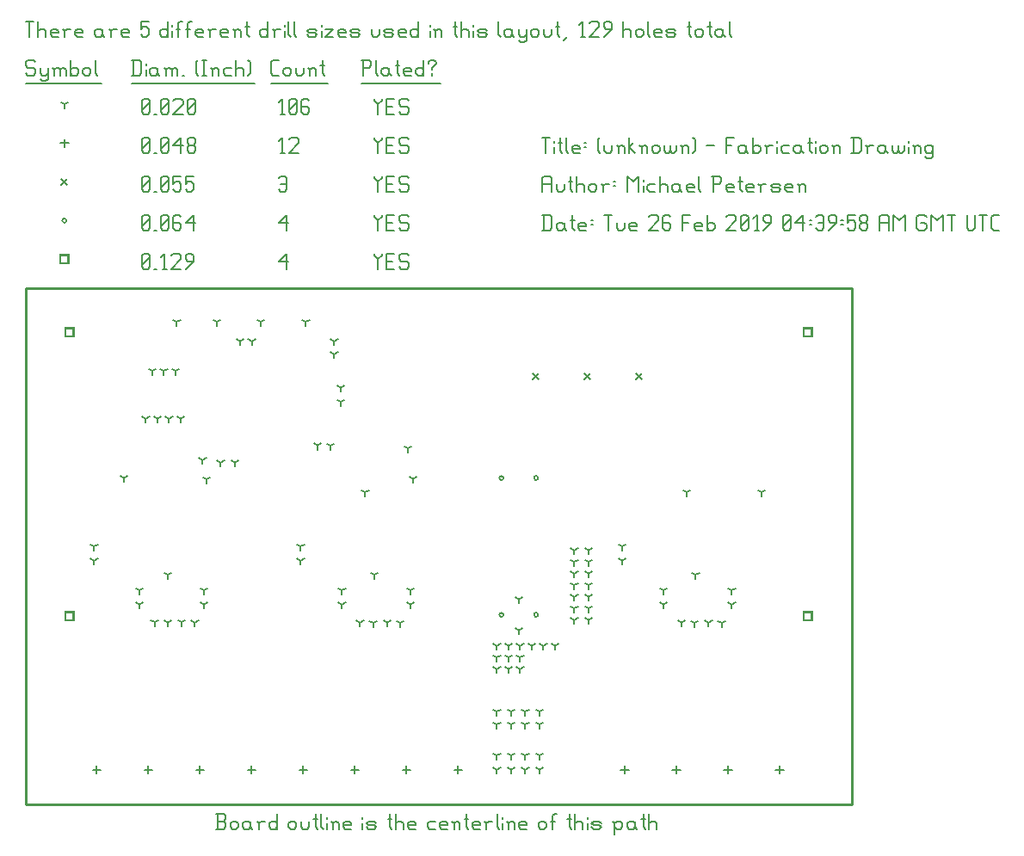
<source format=gbr>
G04 start of page 12 for group -3984 idx -3984 *
G04 Title: (unknown), fab *
G04 Creator: pcb 20140316 *
G04 CreationDate: Tue 26 Feb 2019 04:39:58 AM GMT UTC *
G04 For: railfan *
G04 Format: Gerber/RS-274X *
G04 PCB-Dimensions (mil): 3200.00 2000.00 *
G04 PCB-Coordinate-Origin: lower left *
%MOIN*%
%FSLAX25Y25*%
%LNFAB*%
%ADD83C,0.0100*%
%ADD82C,0.0060*%
%ADD81R,0.0080X0.0080*%
G54D81*X301400Y184600D02*X304600D01*
X301400D02*Y181400D01*
X304600D01*
Y184600D02*Y181400D01*
X15400Y184600D02*X18600D01*
X15400D02*Y181400D01*
X18600D01*
Y184600D02*Y181400D01*
X301400Y74600D02*X304600D01*
X301400D02*Y71400D01*
X304600D01*
Y74600D02*Y71400D01*
X15400Y74600D02*X18600D01*
X15400D02*Y71400D01*
X18600D01*
Y74600D02*Y71400D01*
X13400Y212850D02*X16600D01*
X13400D02*Y209650D01*
X16600D01*
Y212850D02*Y209650D01*
G54D82*X135000Y213500D02*Y212750D01*
X136500Y211250D01*
X138000Y212750D01*
Y213500D02*Y212750D01*
X136500Y211250D02*Y207500D01*
X139800Y210500D02*X142050D01*
X139800Y207500D02*X142800D01*
X139800Y213500D02*Y207500D01*
Y213500D02*X142800D01*
X147600D02*X148350Y212750D01*
X145350Y213500D02*X147600D01*
X144600Y212750D02*X145350Y213500D01*
X144600Y212750D02*Y211250D01*
X145350Y210500D01*
X147600D01*
X148350Y209750D01*
Y208250D01*
X147600Y207500D02*X148350Y208250D01*
X145350Y207500D02*X147600D01*
X144600Y208250D02*X145350Y207500D01*
X98000Y210500D02*X101000Y213500D01*
X98000Y210500D02*X101750D01*
X101000Y213500D02*Y207500D01*
X45000Y208250D02*X45750Y207500D01*
X45000Y212750D02*Y208250D01*
Y212750D02*X45750Y213500D01*
X47250D01*
X48000Y212750D01*
Y208250D01*
X47250Y207500D02*X48000Y208250D01*
X45750Y207500D02*X47250D01*
X45000Y209000D02*X48000Y212000D01*
X49800Y207500D02*X50550D01*
X53100D02*X54600D01*
X53850Y213500D02*Y207500D01*
X52350Y212000D02*X53850Y213500D01*
X56400Y212750D02*X57150Y213500D01*
X59400D01*
X60150Y212750D01*
Y211250D01*
X56400Y207500D02*X60150Y211250D01*
X56400Y207500D02*X60150D01*
X61950D02*X64950Y210500D01*
Y212750D02*Y210500D01*
X64200Y213500D02*X64950Y212750D01*
X62700Y213500D02*X64200D01*
X61950Y212750D02*X62700Y213500D01*
X61950Y212750D02*Y211250D01*
X62700Y210500D01*
X64950D01*
X183500Y126500D02*G75*G03X185100Y126500I800J0D01*G01*
G75*G03X183500Y126500I-800J0D01*G01*
X196900D02*G75*G03X198500Y126500I800J0D01*G01*
G75*G03X196900Y126500I-800J0D01*G01*
X183500Y73500D02*G75*G03X185100Y73500I800J0D01*G01*
G75*G03X183500Y73500I-800J0D01*G01*
X196900D02*G75*G03X198500Y73500I800J0D01*G01*
G75*G03X196900Y73500I-800J0D01*G01*
X14200Y226250D02*G75*G03X15800Y226250I800J0D01*G01*
G75*G03X14200Y226250I-800J0D01*G01*
X135000Y228500D02*Y227750D01*
X136500Y226250D01*
X138000Y227750D01*
Y228500D02*Y227750D01*
X136500Y226250D02*Y222500D01*
X139800Y225500D02*X142050D01*
X139800Y222500D02*X142800D01*
X139800Y228500D02*Y222500D01*
Y228500D02*X142800D01*
X147600D02*X148350Y227750D01*
X145350Y228500D02*X147600D01*
X144600Y227750D02*X145350Y228500D01*
X144600Y227750D02*Y226250D01*
X145350Y225500D01*
X147600D01*
X148350Y224750D01*
Y223250D01*
X147600Y222500D02*X148350Y223250D01*
X145350Y222500D02*X147600D01*
X144600Y223250D02*X145350Y222500D01*
X98000Y225500D02*X101000Y228500D01*
X98000Y225500D02*X101750D01*
X101000Y228500D02*Y222500D01*
X45000Y223250D02*X45750Y222500D01*
X45000Y227750D02*Y223250D01*
Y227750D02*X45750Y228500D01*
X47250D01*
X48000Y227750D01*
Y223250D01*
X47250Y222500D02*X48000Y223250D01*
X45750Y222500D02*X47250D01*
X45000Y224000D02*X48000Y227000D01*
X49800Y222500D02*X50550D01*
X52350Y223250D02*X53100Y222500D01*
X52350Y227750D02*Y223250D01*
Y227750D02*X53100Y228500D01*
X54600D01*
X55350Y227750D01*
Y223250D01*
X54600Y222500D02*X55350Y223250D01*
X53100Y222500D02*X54600D01*
X52350Y224000D02*X55350Y227000D01*
X59400Y228500D02*X60150Y227750D01*
X57900Y228500D02*X59400D01*
X57150Y227750D02*X57900Y228500D01*
X57150Y227750D02*Y223250D01*
X57900Y222500D01*
X59400Y225500D02*X60150Y224750D01*
X57150Y225500D02*X59400D01*
X57900Y222500D02*X59400D01*
X60150Y223250D01*
Y224750D02*Y223250D01*
X61950Y225500D02*X64950Y228500D01*
X61950Y225500D02*X65700D01*
X64950Y228500D02*Y222500D01*
X236300Y167200D02*X238700Y164800D01*
X236300D02*X238700Y167200D01*
X216300D02*X218700Y164800D01*
X216300D02*X218700Y167200D01*
X196300D02*X198700Y164800D01*
X196300D02*X198700Y167200D01*
X13800Y242450D02*X16200Y240050D01*
X13800D02*X16200Y242450D01*
X135000Y243500D02*Y242750D01*
X136500Y241250D01*
X138000Y242750D01*
Y243500D02*Y242750D01*
X136500Y241250D02*Y237500D01*
X139800Y240500D02*X142050D01*
X139800Y237500D02*X142800D01*
X139800Y243500D02*Y237500D01*
Y243500D02*X142800D01*
X147600D02*X148350Y242750D01*
X145350Y243500D02*X147600D01*
X144600Y242750D02*X145350Y243500D01*
X144600Y242750D02*Y241250D01*
X145350Y240500D01*
X147600D01*
X148350Y239750D01*
Y238250D01*
X147600Y237500D02*X148350Y238250D01*
X145350Y237500D02*X147600D01*
X144600Y238250D02*X145350Y237500D01*
X98000Y242750D02*X98750Y243500D01*
X100250D01*
X101000Y242750D01*
Y238250D01*
X100250Y237500D02*X101000Y238250D01*
X98750Y237500D02*X100250D01*
X98000Y238250D02*X98750Y237500D01*
Y240500D02*X101000D01*
X45000Y238250D02*X45750Y237500D01*
X45000Y242750D02*Y238250D01*
Y242750D02*X45750Y243500D01*
X47250D01*
X48000Y242750D01*
Y238250D01*
X47250Y237500D02*X48000Y238250D01*
X45750Y237500D02*X47250D01*
X45000Y239000D02*X48000Y242000D01*
X49800Y237500D02*X50550D01*
X52350Y238250D02*X53100Y237500D01*
X52350Y242750D02*Y238250D01*
Y242750D02*X53100Y243500D01*
X54600D01*
X55350Y242750D01*
Y238250D01*
X54600Y237500D02*X55350Y238250D01*
X53100Y237500D02*X54600D01*
X52350Y239000D02*X55350Y242000D01*
X57150Y243500D02*X60150D01*
X57150D02*Y240500D01*
X57900Y241250D01*
X59400D01*
X60150Y240500D01*
Y238250D01*
X59400Y237500D02*X60150Y238250D01*
X57900Y237500D02*X59400D01*
X57150Y238250D02*X57900Y237500D01*
X61950Y243500D02*X64950D01*
X61950D02*Y240500D01*
X62700Y241250D01*
X64200D01*
X64950Y240500D01*
Y238250D01*
X64200Y237500D02*X64950Y238250D01*
X62700Y237500D02*X64200D01*
X61950Y238250D02*X62700Y237500D01*
X232000Y15100D02*Y11900D01*
X230400Y13500D02*X233600D01*
X252000Y15100D02*Y11900D01*
X250400Y13500D02*X253600D01*
X272000Y15100D02*Y11900D01*
X270400Y13500D02*X273600D01*
X292000Y15100D02*Y11900D01*
X290400Y13500D02*X293600D01*
X147500Y15100D02*Y11900D01*
X145900Y13500D02*X149100D01*
X167500Y15100D02*Y11900D01*
X165900Y13500D02*X169100D01*
X107500Y15100D02*Y11900D01*
X105900Y13500D02*X109100D01*
X127500Y15100D02*Y11900D01*
X125900Y13500D02*X129100D01*
X67500Y15100D02*Y11900D01*
X65900Y13500D02*X69100D01*
X87500Y15100D02*Y11900D01*
X85900Y13500D02*X89100D01*
X27500Y15100D02*Y11900D01*
X25900Y13500D02*X29100D01*
X47500Y15100D02*Y11900D01*
X45900Y13500D02*X49100D01*
X15000Y257850D02*Y254650D01*
X13400Y256250D02*X16600D01*
X135000Y258500D02*Y257750D01*
X136500Y256250D01*
X138000Y257750D01*
Y258500D02*Y257750D01*
X136500Y256250D02*Y252500D01*
X139800Y255500D02*X142050D01*
X139800Y252500D02*X142800D01*
X139800Y258500D02*Y252500D01*
Y258500D02*X142800D01*
X147600D02*X148350Y257750D01*
X145350Y258500D02*X147600D01*
X144600Y257750D02*X145350Y258500D01*
X144600Y257750D02*Y256250D01*
X145350Y255500D01*
X147600D01*
X148350Y254750D01*
Y253250D01*
X147600Y252500D02*X148350Y253250D01*
X145350Y252500D02*X147600D01*
X144600Y253250D02*X145350Y252500D01*
X98750D02*X100250D01*
X99500Y258500D02*Y252500D01*
X98000Y257000D02*X99500Y258500D01*
X102050Y257750D02*X102800Y258500D01*
X105050D01*
X105800Y257750D01*
Y256250D01*
X102050Y252500D02*X105800Y256250D01*
X102050Y252500D02*X105800D01*
X45000Y253250D02*X45750Y252500D01*
X45000Y257750D02*Y253250D01*
Y257750D02*X45750Y258500D01*
X47250D01*
X48000Y257750D01*
Y253250D01*
X47250Y252500D02*X48000Y253250D01*
X45750Y252500D02*X47250D01*
X45000Y254000D02*X48000Y257000D01*
X49800Y252500D02*X50550D01*
X52350Y253250D02*X53100Y252500D01*
X52350Y257750D02*Y253250D01*
Y257750D02*X53100Y258500D01*
X54600D01*
X55350Y257750D01*
Y253250D01*
X54600Y252500D02*X55350Y253250D01*
X53100Y252500D02*X54600D01*
X52350Y254000D02*X55350Y257000D01*
X57150Y255500D02*X60150Y258500D01*
X57150Y255500D02*X60900D01*
X60150Y258500D02*Y252500D01*
X62700Y253250D02*X63450Y252500D01*
X62700Y254750D02*Y253250D01*
Y254750D02*X63450Y255500D01*
X64950D01*
X65700Y254750D01*
Y253250D01*
X64950Y252500D02*X65700Y253250D01*
X63450Y252500D02*X64950D01*
X62700Y256250D02*X63450Y255500D01*
X62700Y257750D02*Y256250D01*
Y257750D02*X63450Y258500D01*
X64950D01*
X65700Y257750D01*
Y256250D01*
X64950Y255500D02*X65700Y256250D01*
X122000Y161500D02*Y159900D01*
Y161500D02*X123387Y162300D01*
X122000Y161500D02*X120613Y162300D01*
X122000Y156000D02*Y154400D01*
Y156000D02*X123387Y156800D01*
X122000Y156000D02*X120613Y156800D01*
X68500Y133500D02*Y131900D01*
Y133500D02*X69887Y134300D01*
X68500Y133500D02*X67113Y134300D01*
X75500Y132500D02*Y130900D01*
Y132500D02*X76887Y133300D01*
X75500Y132500D02*X74113Y133300D01*
X81000Y132500D02*Y130900D01*
Y132500D02*X82387Y133300D01*
X81000Y132500D02*X79613Y133300D01*
X113000Y139100D02*Y137500D01*
Y139100D02*X114387Y139900D01*
X113000Y139100D02*X111613Y139900D01*
X118000Y139000D02*Y137400D01*
Y139000D02*X119387Y139800D01*
X118000Y139000D02*X116613Y139800D01*
X231000Y100000D02*Y98400D01*
Y100000D02*X232387Y100800D01*
X231000Y100000D02*X229613Y100800D01*
X231000Y94500D02*Y92900D01*
Y94500D02*X232387Y95300D01*
X231000Y94500D02*X229613Y95300D01*
X106500Y100000D02*Y98400D01*
Y100000D02*X107887Y100800D01*
X106500Y100000D02*X105113Y100800D01*
X106500Y94500D02*Y92900D01*
Y94500D02*X107887Y95300D01*
X106500Y94500D02*X105113Y95300D01*
X26500Y100000D02*Y98400D01*
Y100000D02*X27887Y100800D01*
X26500Y100000D02*X25113Y100800D01*
X26500Y94500D02*Y92900D01*
Y94500D02*X27887Y95300D01*
X26500Y94500D02*X25113Y95300D01*
X69000Y77500D02*Y75900D01*
Y77500D02*X70387Y78300D01*
X69000Y77500D02*X67613Y78300D01*
X69000Y83000D02*Y81400D01*
Y83000D02*X70387Y83800D01*
X69000Y83000D02*X67613Y83800D01*
X273500Y77500D02*Y75900D01*
Y77500D02*X274887Y78300D01*
X273500Y77500D02*X272113Y78300D01*
X149000Y77500D02*Y75900D01*
Y77500D02*X150387Y78300D01*
X149000Y77500D02*X147613Y78300D01*
X259500Y89000D02*Y87400D01*
Y89000D02*X260887Y89800D01*
X259500Y89000D02*X258113Y89800D01*
X273500Y83000D02*Y81400D01*
Y83000D02*X274887Y83800D01*
X273500Y83000D02*X272113Y83800D01*
X247000Y83000D02*Y81400D01*
Y83000D02*X248387Y83800D01*
X247000Y83000D02*X245613Y83800D01*
X247000Y77500D02*Y75900D01*
Y77500D02*X248387Y78300D01*
X247000Y77500D02*X245613Y78300D01*
X212500Y71500D02*Y69900D01*
Y71500D02*X213887Y72300D01*
X212500Y71500D02*X211113Y72300D01*
X212500Y76000D02*Y74400D01*
Y76000D02*X213887Y76800D01*
X212500Y76000D02*X211113Y76800D01*
X212500Y80500D02*Y78900D01*
Y80500D02*X213887Y81300D01*
X212500Y80500D02*X211113Y81300D01*
X212500Y85000D02*Y83400D01*
Y85000D02*X213887Y85800D01*
X212500Y85000D02*X211113Y85800D01*
X212500Y89500D02*Y87900D01*
Y89500D02*X213887Y90300D01*
X212500Y89500D02*X211113Y90300D01*
X212500Y94000D02*Y92400D01*
Y94000D02*X213887Y94800D01*
X212500Y94000D02*X211113Y94800D01*
X212500Y98500D02*Y96900D01*
Y98500D02*X213887Y99300D01*
X212500Y98500D02*X211113Y99300D01*
X135000Y89000D02*Y87400D01*
Y89000D02*X136387Y89800D01*
X135000Y89000D02*X133613Y89800D01*
X149000Y83000D02*Y81400D01*
Y83000D02*X150387Y83800D01*
X149000Y83000D02*X147613Y83800D01*
X122500Y83000D02*Y81400D01*
Y83000D02*X123887Y83800D01*
X122500Y83000D02*X121113Y83800D01*
X122500Y77500D02*Y75900D01*
Y77500D02*X123887Y78300D01*
X122500Y77500D02*X121113Y78300D01*
X44000Y83000D02*Y81400D01*
Y83000D02*X45387Y83800D01*
X44000Y83000D02*X42613Y83800D01*
X44000Y77500D02*Y75900D01*
Y77500D02*X45387Y78300D01*
X44000Y77500D02*X42613Y78300D01*
X55000Y89000D02*Y87400D01*
Y89000D02*X56387Y89800D01*
X55000Y89000D02*X53613Y89800D01*
X150000Y126200D02*Y124600D01*
Y126200D02*X151387Y127000D01*
X150000Y126200D02*X148613Y127000D01*
X70000Y126000D02*Y124400D01*
Y126000D02*X71387Y126800D01*
X70000Y126000D02*X68613Y126800D01*
X269573Y70355D02*Y68755D01*
Y70355D02*X270960Y71155D01*
X269573Y70355D02*X268186Y71155D01*
X264500Y70500D02*Y68900D01*
Y70500D02*X265887Y71300D01*
X264500Y70500D02*X263113Y71300D01*
X259073Y70355D02*Y68755D01*
Y70355D02*X260459Y71155D01*
X259073Y70355D02*X257686Y71155D01*
X254000Y70500D02*Y68900D01*
Y70500D02*X255387Y71300D01*
X254000Y70500D02*X252613Y71300D01*
X145073Y70355D02*Y68755D01*
Y70355D02*X146460Y71155D01*
X145073Y70355D02*X143686Y71155D01*
X140000Y70500D02*Y68900D01*
Y70500D02*X141387Y71300D01*
X140000Y70500D02*X138613Y71300D01*
X134573Y70355D02*Y68755D01*
Y70355D02*X135960Y71155D01*
X134573Y70355D02*X133186Y71155D01*
X129500Y70500D02*Y68900D01*
Y70500D02*X130887Y71300D01*
X129500Y70500D02*X128113Y71300D01*
X65500Y70500D02*Y68900D01*
Y70500D02*X66887Y71300D01*
X65500Y70500D02*X64113Y71300D01*
X60427Y70645D02*Y69045D01*
Y70645D02*X61814Y71445D01*
X60427Y70645D02*X59040Y71445D01*
X55000Y70500D02*Y68900D01*
Y70500D02*X56387Y71300D01*
X55000Y70500D02*X53613Y71300D01*
X49927Y70645D02*Y69045D01*
Y70645D02*X51314Y71445D01*
X49927Y70645D02*X48540Y71445D01*
X58500Y187000D02*Y185400D01*
Y187000D02*X59887Y187800D01*
X58500Y187000D02*X57113Y187800D01*
X74000Y187000D02*Y185400D01*
Y187000D02*X75387Y187800D01*
X74000Y187000D02*X72613Y187800D01*
X108500Y187000D02*Y185400D01*
Y187000D02*X109887Y187800D01*
X108500Y187000D02*X107113Y187800D01*
X91000Y187000D02*Y185400D01*
Y187000D02*X92387Y187800D01*
X91000Y187000D02*X89613Y187800D01*
X218000Y71500D02*Y69900D01*
Y71500D02*X219387Y72300D01*
X218000Y71500D02*X216613Y72300D01*
X218000Y76000D02*Y74400D01*
Y76000D02*X219387Y76800D01*
X218000Y76000D02*X216613Y76800D01*
X218000Y80500D02*Y78900D01*
Y80500D02*X219387Y81300D01*
X218000Y80500D02*X216613Y81300D01*
X218000Y85000D02*Y83400D01*
Y85000D02*X219387Y85800D01*
X218000Y85000D02*X216613Y85800D01*
X218000Y89500D02*Y87900D01*
Y89500D02*X219387Y90300D01*
X218000Y89500D02*X216613Y90300D01*
X218000Y94000D02*Y92400D01*
Y94000D02*X219387Y94800D01*
X218000Y94000D02*X216613Y94800D01*
X218000Y98500D02*Y96900D01*
Y98500D02*X219387Y99300D01*
X218000Y98500D02*X216613Y99300D01*
X148000Y138000D02*Y136400D01*
Y138000D02*X149387Y138800D01*
X148000Y138000D02*X146613Y138800D01*
X285000Y121000D02*Y119400D01*
Y121000D02*X286387Y121800D01*
X285000Y121000D02*X283613Y121800D01*
X256000Y121000D02*Y119400D01*
Y121000D02*X257387Y121800D01*
X256000Y121000D02*X254613Y121800D01*
X131500Y121000D02*Y119400D01*
Y121000D02*X132887Y121800D01*
X131500Y121000D02*X130113Y121800D01*
X38000Y126500D02*Y124900D01*
Y126500D02*X39387Y127300D01*
X38000Y126500D02*X36613Y127300D01*
X58000Y168000D02*Y166400D01*
Y168000D02*X59387Y168800D01*
X58000Y168000D02*X56613Y168800D01*
X49000Y168000D02*Y166400D01*
Y168000D02*X50387Y168800D01*
X49000Y168000D02*X47613Y168800D01*
X53500Y168000D02*Y166400D01*
Y168000D02*X54887Y168800D01*
X53500Y168000D02*X52113Y168800D01*
X55500Y149500D02*Y147900D01*
Y149500D02*X56887Y150300D01*
X55500Y149500D02*X54113Y150300D01*
X60000Y149500D02*Y147900D01*
Y149500D02*X61387Y150300D01*
X60000Y149500D02*X58613Y150300D01*
X46500Y149500D02*Y147900D01*
Y149500D02*X47887Y150300D01*
X46500Y149500D02*X45113Y150300D01*
X51000Y149500D02*Y147900D01*
Y149500D02*X52387Y150300D01*
X51000Y149500D02*X49613Y150300D01*
X119500Y174500D02*Y172900D01*
Y174500D02*X120887Y175300D01*
X119500Y174500D02*X118113Y175300D01*
X119500Y179500D02*Y177900D01*
Y179500D02*X120887Y180300D01*
X119500Y179500D02*X118113Y180300D01*
X87600Y179500D02*Y177900D01*
Y179500D02*X88987Y180300D01*
X87600Y179500D02*X86213Y180300D01*
X83000Y179500D02*Y177900D01*
Y179500D02*X84387Y180300D01*
X83000Y179500D02*X81613Y180300D01*
X191500Y52500D02*Y50900D01*
Y52500D02*X192887Y53300D01*
X191500Y52500D02*X190113Y53300D01*
X187000Y52500D02*Y50900D01*
Y52500D02*X188387Y53300D01*
X187000Y52500D02*X185613Y53300D01*
X182500Y52500D02*Y50900D01*
Y52500D02*X183887Y53300D01*
X182500Y52500D02*X181113Y53300D01*
X191500Y57000D02*Y55400D01*
Y57000D02*X192887Y57800D01*
X191500Y57000D02*X190113Y57800D01*
X187000Y57000D02*Y55400D01*
Y57000D02*X188387Y57800D01*
X187000Y57000D02*X185613Y57800D01*
X182500Y57000D02*Y55400D01*
Y57000D02*X183887Y57800D01*
X182500Y57000D02*X181113Y57800D01*
X191500Y61500D02*Y59900D01*
Y61500D02*X192887Y62300D01*
X191500Y61500D02*X190113Y62300D01*
X187000Y61500D02*Y59900D01*
Y61500D02*X188387Y62300D01*
X187000Y61500D02*X185613Y62300D01*
X182500Y61500D02*Y59900D01*
Y61500D02*X183887Y62300D01*
X182500Y61500D02*X181113Y62300D01*
X200500Y61500D02*Y59900D01*
Y61500D02*X201887Y62300D01*
X200500Y61500D02*X199113Y62300D01*
X196000Y61500D02*Y59900D01*
Y61500D02*X197387Y62300D01*
X196000Y61500D02*X194613Y62300D01*
X205000Y61500D02*Y59900D01*
Y61500D02*X206387Y62300D01*
X205000Y61500D02*X203613Y62300D01*
X191000Y67500D02*Y65900D01*
Y67500D02*X192387Y68300D01*
X191000Y67500D02*X189613Y68300D01*
X191000Y79500D02*Y77900D01*
Y79500D02*X192387Y80300D01*
X191000Y79500D02*X189613Y80300D01*
X182500Y13500D02*Y11900D01*
Y13500D02*X183887Y14300D01*
X182500Y13500D02*X181113Y14300D01*
X188000Y13500D02*Y11900D01*
Y13500D02*X189387Y14300D01*
X188000Y13500D02*X186613Y14300D01*
X193500Y13500D02*Y11900D01*
Y13500D02*X194887Y14300D01*
X193500Y13500D02*X192113Y14300D01*
X199000Y13500D02*Y11900D01*
Y13500D02*X200387Y14300D01*
X199000Y13500D02*X197613Y14300D01*
X182500Y19000D02*Y17400D01*
Y19000D02*X183887Y19800D01*
X182500Y19000D02*X181113Y19800D01*
X188000Y19000D02*Y17400D01*
Y19000D02*X189387Y19800D01*
X188000Y19000D02*X186613Y19800D01*
X193500Y19000D02*Y17400D01*
Y19000D02*X194887Y19800D01*
X193500Y19000D02*X192113Y19800D01*
X199000Y19000D02*Y17400D01*
Y19000D02*X200387Y19800D01*
X199000Y19000D02*X197613Y19800D01*
X182500Y36000D02*Y34400D01*
Y36000D02*X183887Y36800D01*
X182500Y36000D02*X181113Y36800D01*
X188000Y36000D02*Y34400D01*
Y36000D02*X189387Y36800D01*
X188000Y36000D02*X186613Y36800D01*
X193500Y36000D02*Y34400D01*
Y36000D02*X194887Y36800D01*
X193500Y36000D02*X192113Y36800D01*
X199000Y36000D02*Y34400D01*
Y36000D02*X200387Y36800D01*
X199000Y36000D02*X197613Y36800D01*
X182500Y31000D02*Y29400D01*
Y31000D02*X183887Y31800D01*
X182500Y31000D02*X181113Y31800D01*
X188000Y31000D02*Y29400D01*
Y31000D02*X189387Y31800D01*
X188000Y31000D02*X186613Y31800D01*
X193500Y31000D02*Y29400D01*
Y31000D02*X194887Y31800D01*
X193500Y31000D02*X192113Y31800D01*
X199000Y31000D02*Y29400D01*
Y31000D02*X200387Y31800D01*
X199000Y31000D02*X197613Y31800D01*
X15000Y271250D02*Y269650D01*
Y271250D02*X16387Y272050D01*
X15000Y271250D02*X13613Y272050D01*
X135000Y273500D02*Y272750D01*
X136500Y271250D01*
X138000Y272750D01*
Y273500D02*Y272750D01*
X136500Y271250D02*Y267500D01*
X139800Y270500D02*X142050D01*
X139800Y267500D02*X142800D01*
X139800Y273500D02*Y267500D01*
Y273500D02*X142800D01*
X147600D02*X148350Y272750D01*
X145350Y273500D02*X147600D01*
X144600Y272750D02*X145350Y273500D01*
X144600Y272750D02*Y271250D01*
X145350Y270500D01*
X147600D01*
X148350Y269750D01*
Y268250D01*
X147600Y267500D02*X148350Y268250D01*
X145350Y267500D02*X147600D01*
X144600Y268250D02*X145350Y267500D01*
X98750D02*X100250D01*
X99500Y273500D02*Y267500D01*
X98000Y272000D02*X99500Y273500D01*
X102050Y268250D02*X102800Y267500D01*
X102050Y272750D02*Y268250D01*
Y272750D02*X102800Y273500D01*
X104300D01*
X105050Y272750D01*
Y268250D01*
X104300Y267500D02*X105050Y268250D01*
X102800Y267500D02*X104300D01*
X102050Y269000D02*X105050Y272000D01*
X109100Y273500D02*X109850Y272750D01*
X107600Y273500D02*X109100D01*
X106850Y272750D02*X107600Y273500D01*
X106850Y272750D02*Y268250D01*
X107600Y267500D01*
X109100Y270500D02*X109850Y269750D01*
X106850Y270500D02*X109100D01*
X107600Y267500D02*X109100D01*
X109850Y268250D01*
Y269750D02*Y268250D01*
X45000D02*X45750Y267500D01*
X45000Y272750D02*Y268250D01*
Y272750D02*X45750Y273500D01*
X47250D01*
X48000Y272750D01*
Y268250D01*
X47250Y267500D02*X48000Y268250D01*
X45750Y267500D02*X47250D01*
X45000Y269000D02*X48000Y272000D01*
X49800Y267500D02*X50550D01*
X52350Y268250D02*X53100Y267500D01*
X52350Y272750D02*Y268250D01*
Y272750D02*X53100Y273500D01*
X54600D01*
X55350Y272750D01*
Y268250D01*
X54600Y267500D02*X55350Y268250D01*
X53100Y267500D02*X54600D01*
X52350Y269000D02*X55350Y272000D01*
X57150Y272750D02*X57900Y273500D01*
X60150D01*
X60900Y272750D01*
Y271250D01*
X57150Y267500D02*X60900Y271250D01*
X57150Y267500D02*X60900D01*
X62700Y268250D02*X63450Y267500D01*
X62700Y272750D02*Y268250D01*
Y272750D02*X63450Y273500D01*
X64950D01*
X65700Y272750D01*
Y268250D01*
X64950Y267500D02*X65700Y268250D01*
X63450Y267500D02*X64950D01*
X62700Y269000D02*X65700Y272000D01*
X3000Y288500D02*X3750Y287750D01*
X750Y288500D02*X3000D01*
X0Y287750D02*X750Y288500D01*
X0Y287750D02*Y286250D01*
X750Y285500D01*
X3000D01*
X3750Y284750D01*
Y283250D01*
X3000Y282500D02*X3750Y283250D01*
X750Y282500D02*X3000D01*
X0Y283250D02*X750Y282500D01*
X5550Y285500D02*Y283250D01*
X6300Y282500D01*
X8550Y285500D02*Y281000D01*
X7800Y280250D02*X8550Y281000D01*
X6300Y280250D02*X7800D01*
X5550Y281000D02*X6300Y280250D01*
Y282500D02*X7800D01*
X8550Y283250D01*
X11100Y284750D02*Y282500D01*
Y284750D02*X11850Y285500D01*
X12600D01*
X13350Y284750D01*
Y282500D01*
Y284750D02*X14100Y285500D01*
X14850D01*
X15600Y284750D01*
Y282500D01*
X10350Y285500D02*X11100Y284750D01*
X17400Y288500D02*Y282500D01*
Y283250D02*X18150Y282500D01*
X19650D01*
X20400Y283250D01*
Y284750D02*Y283250D01*
X19650Y285500D02*X20400Y284750D01*
X18150Y285500D02*X19650D01*
X17400Y284750D02*X18150Y285500D01*
X22200Y284750D02*Y283250D01*
Y284750D02*X22950Y285500D01*
X24450D01*
X25200Y284750D01*
Y283250D01*
X24450Y282500D02*X25200Y283250D01*
X22950Y282500D02*X24450D01*
X22200Y283250D02*X22950Y282500D01*
X27000Y288500D02*Y283250D01*
X27750Y282500D01*
X0Y279250D02*X29250D01*
X41750Y288500D02*Y282500D01*
X44000Y288500D02*X44750Y287750D01*
Y283250D01*
X44000Y282500D02*X44750Y283250D01*
X41000Y282500D02*X44000D01*
X41000Y288500D02*X44000D01*
X46550Y287000D02*Y286250D01*
Y284750D02*Y282500D01*
X50300Y285500D02*X51050Y284750D01*
X48800Y285500D02*X50300D01*
X48050Y284750D02*X48800Y285500D01*
X48050Y284750D02*Y283250D01*
X48800Y282500D01*
X51050Y285500D02*Y283250D01*
X51800Y282500D01*
X48800D02*X50300D01*
X51050Y283250D01*
X54350Y284750D02*Y282500D01*
Y284750D02*X55100Y285500D01*
X55850D01*
X56600Y284750D01*
Y282500D01*
Y284750D02*X57350Y285500D01*
X58100D01*
X58850Y284750D01*
Y282500D01*
X53600Y285500D02*X54350Y284750D01*
X60650Y282500D02*X61400D01*
X65900Y283250D02*X66650Y282500D01*
X65900Y287750D02*X66650Y288500D01*
X65900Y287750D02*Y283250D01*
X68450Y288500D02*X69950D01*
X69200D02*Y282500D01*
X68450D02*X69950D01*
X72500Y284750D02*Y282500D01*
Y284750D02*X73250Y285500D01*
X74000D01*
X74750Y284750D01*
Y282500D01*
X71750Y285500D02*X72500Y284750D01*
X77300Y285500D02*X79550D01*
X76550Y284750D02*X77300Y285500D01*
X76550Y284750D02*Y283250D01*
X77300Y282500D01*
X79550D01*
X81350Y288500D02*Y282500D01*
Y284750D02*X82100Y285500D01*
X83600D01*
X84350Y284750D01*
Y282500D01*
X86150Y288500D02*X86900Y287750D01*
Y283250D01*
X86150Y282500D02*X86900Y283250D01*
X41000Y279250D02*X88700D01*
X95750Y282500D02*X98000D01*
X95000Y283250D02*X95750Y282500D01*
X95000Y287750D02*Y283250D01*
Y287750D02*X95750Y288500D01*
X98000D01*
X99800Y284750D02*Y283250D01*
Y284750D02*X100550Y285500D01*
X102050D01*
X102800Y284750D01*
Y283250D01*
X102050Y282500D02*X102800Y283250D01*
X100550Y282500D02*X102050D01*
X99800Y283250D02*X100550Y282500D01*
X104600Y285500D02*Y283250D01*
X105350Y282500D01*
X106850D01*
X107600Y283250D01*
Y285500D02*Y283250D01*
X110150Y284750D02*Y282500D01*
Y284750D02*X110900Y285500D01*
X111650D01*
X112400Y284750D01*
Y282500D01*
X109400Y285500D02*X110150Y284750D01*
X114950Y288500D02*Y283250D01*
X115700Y282500D01*
X114200Y286250D02*X115700D01*
X95000Y279250D02*X117200D01*
X130750Y288500D02*Y282500D01*
X130000Y288500D02*X133000D01*
X133750Y287750D01*
Y286250D01*
X133000Y285500D02*X133750Y286250D01*
X130750Y285500D02*X133000D01*
X135550Y288500D02*Y283250D01*
X136300Y282500D01*
X140050Y285500D02*X140800Y284750D01*
X138550Y285500D02*X140050D01*
X137800Y284750D02*X138550Y285500D01*
X137800Y284750D02*Y283250D01*
X138550Y282500D01*
X140800Y285500D02*Y283250D01*
X141550Y282500D01*
X138550D02*X140050D01*
X140800Y283250D01*
X144100Y288500D02*Y283250D01*
X144850Y282500D01*
X143350Y286250D02*X144850D01*
X147100Y282500D02*X149350D01*
X146350Y283250D02*X147100Y282500D01*
X146350Y284750D02*Y283250D01*
Y284750D02*X147100Y285500D01*
X148600D01*
X149350Y284750D01*
X146350Y284000D02*X149350D01*
Y284750D02*Y284000D01*
X154150Y288500D02*Y282500D01*
X153400D02*X154150Y283250D01*
X151900Y282500D02*X153400D01*
X151150Y283250D02*X151900Y282500D01*
X151150Y284750D02*Y283250D01*
Y284750D02*X151900Y285500D01*
X153400D01*
X154150Y284750D01*
X157450Y285500D02*Y284750D01*
Y283250D02*Y282500D01*
X155950Y287750D02*Y287000D01*
Y287750D02*X156700Y288500D01*
X158200D01*
X158950Y287750D01*
Y287000D01*
X157450Y285500D02*X158950Y287000D01*
X130000Y279250D02*X160750D01*
X0Y303500D02*X3000D01*
X1500D02*Y297500D01*
X4800Y303500D02*Y297500D01*
Y299750D02*X5550Y300500D01*
X7050D01*
X7800Y299750D01*
Y297500D01*
X10350D02*X12600D01*
X9600Y298250D02*X10350Y297500D01*
X9600Y299750D02*Y298250D01*
Y299750D02*X10350Y300500D01*
X11850D01*
X12600Y299750D01*
X9600Y299000D02*X12600D01*
Y299750D02*Y299000D01*
X15150Y299750D02*Y297500D01*
Y299750D02*X15900Y300500D01*
X17400D01*
X14400D02*X15150Y299750D01*
X19950Y297500D02*X22200D01*
X19200Y298250D02*X19950Y297500D01*
X19200Y299750D02*Y298250D01*
Y299750D02*X19950Y300500D01*
X21450D01*
X22200Y299750D01*
X19200Y299000D02*X22200D01*
Y299750D02*Y299000D01*
X28950Y300500D02*X29700Y299750D01*
X27450Y300500D02*X28950D01*
X26700Y299750D02*X27450Y300500D01*
X26700Y299750D02*Y298250D01*
X27450Y297500D01*
X29700Y300500D02*Y298250D01*
X30450Y297500D01*
X27450D02*X28950D01*
X29700Y298250D01*
X33000Y299750D02*Y297500D01*
Y299750D02*X33750Y300500D01*
X35250D01*
X32250D02*X33000Y299750D01*
X37800Y297500D02*X40050D01*
X37050Y298250D02*X37800Y297500D01*
X37050Y299750D02*Y298250D01*
Y299750D02*X37800Y300500D01*
X39300D01*
X40050Y299750D01*
X37050Y299000D02*X40050D01*
Y299750D02*Y299000D01*
X44550Y303500D02*X47550D01*
X44550D02*Y300500D01*
X45300Y301250D01*
X46800D01*
X47550Y300500D01*
Y298250D01*
X46800Y297500D02*X47550Y298250D01*
X45300Y297500D02*X46800D01*
X44550Y298250D02*X45300Y297500D01*
X55050Y303500D02*Y297500D01*
X54300D02*X55050Y298250D01*
X52800Y297500D02*X54300D01*
X52050Y298250D02*X52800Y297500D01*
X52050Y299750D02*Y298250D01*
Y299750D02*X52800Y300500D01*
X54300D01*
X55050Y299750D01*
X56850Y302000D02*Y301250D01*
Y299750D02*Y297500D01*
X59100Y302750D02*Y297500D01*
Y302750D02*X59850Y303500D01*
X60600D01*
X58350Y300500D02*X59850D01*
X62850Y302750D02*Y297500D01*
Y302750D02*X63600Y303500D01*
X64350D01*
X62100Y300500D02*X63600D01*
X66600Y297500D02*X68850D01*
X65850Y298250D02*X66600Y297500D01*
X65850Y299750D02*Y298250D01*
Y299750D02*X66600Y300500D01*
X68100D01*
X68850Y299750D01*
X65850Y299000D02*X68850D01*
Y299750D02*Y299000D01*
X71400Y299750D02*Y297500D01*
Y299750D02*X72150Y300500D01*
X73650D01*
X70650D02*X71400Y299750D01*
X76200Y297500D02*X78450D01*
X75450Y298250D02*X76200Y297500D01*
X75450Y299750D02*Y298250D01*
Y299750D02*X76200Y300500D01*
X77700D01*
X78450Y299750D01*
X75450Y299000D02*X78450D01*
Y299750D02*Y299000D01*
X81000Y299750D02*Y297500D01*
Y299750D02*X81750Y300500D01*
X82500D01*
X83250Y299750D01*
Y297500D01*
X80250Y300500D02*X81000Y299750D01*
X85800Y303500D02*Y298250D01*
X86550Y297500D01*
X85050Y301250D02*X86550D01*
X93750Y303500D02*Y297500D01*
X93000D02*X93750Y298250D01*
X91500Y297500D02*X93000D01*
X90750Y298250D02*X91500Y297500D01*
X90750Y299750D02*Y298250D01*
Y299750D02*X91500Y300500D01*
X93000D01*
X93750Y299750D01*
X96300D02*Y297500D01*
Y299750D02*X97050Y300500D01*
X98550D01*
X95550D02*X96300Y299750D01*
X100350Y302000D02*Y301250D01*
Y299750D02*Y297500D01*
X101850Y303500D02*Y298250D01*
X102600Y297500D01*
X104100Y303500D02*Y298250D01*
X104850Y297500D01*
X109800D02*X112050D01*
X112800Y298250D01*
X112050Y299000D02*X112800Y298250D01*
X109800Y299000D02*X112050D01*
X109050Y299750D02*X109800Y299000D01*
X109050Y299750D02*X109800Y300500D01*
X112050D01*
X112800Y299750D01*
X109050Y298250D02*X109800Y297500D01*
X114600Y302000D02*Y301250D01*
Y299750D02*Y297500D01*
X116100Y300500D02*X119100D01*
X116100Y297500D02*X119100Y300500D01*
X116100Y297500D02*X119100D01*
X121650D02*X123900D01*
X120900Y298250D02*X121650Y297500D01*
X120900Y299750D02*Y298250D01*
Y299750D02*X121650Y300500D01*
X123150D01*
X123900Y299750D01*
X120900Y299000D02*X123900D01*
Y299750D02*Y299000D01*
X126450Y297500D02*X128700D01*
X129450Y298250D01*
X128700Y299000D02*X129450Y298250D01*
X126450Y299000D02*X128700D01*
X125700Y299750D02*X126450Y299000D01*
X125700Y299750D02*X126450Y300500D01*
X128700D01*
X129450Y299750D01*
X125700Y298250D02*X126450Y297500D01*
X133950Y300500D02*Y298250D01*
X134700Y297500D01*
X136200D01*
X136950Y298250D01*
Y300500D02*Y298250D01*
X139500Y297500D02*X141750D01*
X142500Y298250D01*
X141750Y299000D02*X142500Y298250D01*
X139500Y299000D02*X141750D01*
X138750Y299750D02*X139500Y299000D01*
X138750Y299750D02*X139500Y300500D01*
X141750D01*
X142500Y299750D01*
X138750Y298250D02*X139500Y297500D01*
X145050D02*X147300D01*
X144300Y298250D02*X145050Y297500D01*
X144300Y299750D02*Y298250D01*
Y299750D02*X145050Y300500D01*
X146550D01*
X147300Y299750D01*
X144300Y299000D02*X147300D01*
Y299750D02*Y299000D01*
X152100Y303500D02*Y297500D01*
X151350D02*X152100Y298250D01*
X149850Y297500D02*X151350D01*
X149100Y298250D02*X149850Y297500D01*
X149100Y299750D02*Y298250D01*
Y299750D02*X149850Y300500D01*
X151350D01*
X152100Y299750D01*
X156600Y302000D02*Y301250D01*
Y299750D02*Y297500D01*
X158850Y299750D02*Y297500D01*
Y299750D02*X159600Y300500D01*
X160350D01*
X161100Y299750D01*
Y297500D01*
X158100Y300500D02*X158850Y299750D01*
X166350Y303500D02*Y298250D01*
X167100Y297500D01*
X165600Y301250D02*X167100D01*
X168600Y303500D02*Y297500D01*
Y299750D02*X169350Y300500D01*
X170850D01*
X171600Y299750D01*
Y297500D01*
X173400Y302000D02*Y301250D01*
Y299750D02*Y297500D01*
X175650D02*X177900D01*
X178650Y298250D01*
X177900Y299000D02*X178650Y298250D01*
X175650Y299000D02*X177900D01*
X174900Y299750D02*X175650Y299000D01*
X174900Y299750D02*X175650Y300500D01*
X177900D01*
X178650Y299750D01*
X174900Y298250D02*X175650Y297500D01*
X183150Y303500D02*Y298250D01*
X183900Y297500D01*
X187650Y300500D02*X188400Y299750D01*
X186150Y300500D02*X187650D01*
X185400Y299750D02*X186150Y300500D01*
X185400Y299750D02*Y298250D01*
X186150Y297500D01*
X188400Y300500D02*Y298250D01*
X189150Y297500D01*
X186150D02*X187650D01*
X188400Y298250D01*
X190950Y300500D02*Y298250D01*
X191700Y297500D01*
X193950Y300500D02*Y296000D01*
X193200Y295250D02*X193950Y296000D01*
X191700Y295250D02*X193200D01*
X190950Y296000D02*X191700Y295250D01*
Y297500D02*X193200D01*
X193950Y298250D01*
X195750Y299750D02*Y298250D01*
Y299750D02*X196500Y300500D01*
X198000D01*
X198750Y299750D01*
Y298250D01*
X198000Y297500D02*X198750Y298250D01*
X196500Y297500D02*X198000D01*
X195750Y298250D02*X196500Y297500D01*
X200550Y300500D02*Y298250D01*
X201300Y297500D01*
X202800D01*
X203550Y298250D01*
Y300500D02*Y298250D01*
X206100Y303500D02*Y298250D01*
X206850Y297500D01*
X205350Y301250D02*X206850D01*
X208350Y296000D02*X209850Y297500D01*
X215100D02*X216600D01*
X215850Y303500D02*Y297500D01*
X214350Y302000D02*X215850Y303500D01*
X218400Y302750D02*X219150Y303500D01*
X221400D01*
X222150Y302750D01*
Y301250D01*
X218400Y297500D02*X222150Y301250D01*
X218400Y297500D02*X222150D01*
X223950D02*X226950Y300500D01*
Y302750D02*Y300500D01*
X226200Y303500D02*X226950Y302750D01*
X224700Y303500D02*X226200D01*
X223950Y302750D02*X224700Y303500D01*
X223950Y302750D02*Y301250D01*
X224700Y300500D01*
X226950D01*
X231450Y303500D02*Y297500D01*
Y299750D02*X232200Y300500D01*
X233700D01*
X234450Y299750D01*
Y297500D01*
X236250Y299750D02*Y298250D01*
Y299750D02*X237000Y300500D01*
X238500D01*
X239250Y299750D01*
Y298250D01*
X238500Y297500D02*X239250Y298250D01*
X237000Y297500D02*X238500D01*
X236250Y298250D02*X237000Y297500D01*
X241050Y303500D02*Y298250D01*
X241800Y297500D01*
X244050D02*X246300D01*
X243300Y298250D02*X244050Y297500D01*
X243300Y299750D02*Y298250D01*
Y299750D02*X244050Y300500D01*
X245550D01*
X246300Y299750D01*
X243300Y299000D02*X246300D01*
Y299750D02*Y299000D01*
X248850Y297500D02*X251100D01*
X251850Y298250D01*
X251100Y299000D02*X251850Y298250D01*
X248850Y299000D02*X251100D01*
X248100Y299750D02*X248850Y299000D01*
X248100Y299750D02*X248850Y300500D01*
X251100D01*
X251850Y299750D01*
X248100Y298250D02*X248850Y297500D01*
X257100Y303500D02*Y298250D01*
X257850Y297500D01*
X256350Y301250D02*X257850D01*
X259350Y299750D02*Y298250D01*
Y299750D02*X260100Y300500D01*
X261600D01*
X262350Y299750D01*
Y298250D01*
X261600Y297500D02*X262350Y298250D01*
X260100Y297500D02*X261600D01*
X259350Y298250D02*X260100Y297500D01*
X264900Y303500D02*Y298250D01*
X265650Y297500D01*
X264150Y301250D02*X265650D01*
X269400Y300500D02*X270150Y299750D01*
X267900Y300500D02*X269400D01*
X267150Y299750D02*X267900Y300500D01*
X267150Y299750D02*Y298250D01*
X267900Y297500D01*
X270150Y300500D02*Y298250D01*
X270900Y297500D01*
X267900D02*X269400D01*
X270150Y298250D01*
X272700Y303500D02*Y298250D01*
X273450Y297500D01*
G54D83*X0Y200000D02*X285500D01*
Y0D02*X0D01*
Y200000D01*
X284500Y0D02*X320000D01*
Y200000D01*
X252500D01*
G54D82*X73675Y-9500D02*X76675D01*
X77425Y-8750D01*
Y-7250D02*Y-8750D01*
X76675Y-6500D02*X77425Y-7250D01*
X74425Y-6500D02*X76675D01*
X74425Y-3500D02*Y-9500D01*
X73675Y-3500D02*X76675D01*
X77425Y-4250D01*
Y-5750D01*
X76675Y-6500D02*X77425Y-5750D01*
X79225Y-7250D02*Y-8750D01*
Y-7250D02*X79975Y-6500D01*
X81475D01*
X82225Y-7250D01*
Y-8750D01*
X81475Y-9500D02*X82225Y-8750D01*
X79975Y-9500D02*X81475D01*
X79225Y-8750D02*X79975Y-9500D01*
X86275Y-6500D02*X87025Y-7250D01*
X84775Y-6500D02*X86275D01*
X84025Y-7250D02*X84775Y-6500D01*
X84025Y-7250D02*Y-8750D01*
X84775Y-9500D01*
X87025Y-6500D02*Y-8750D01*
X87775Y-9500D01*
X84775D02*X86275D01*
X87025Y-8750D01*
X90325Y-7250D02*Y-9500D01*
Y-7250D02*X91075Y-6500D01*
X92575D01*
X89575D02*X90325Y-7250D01*
X97375Y-3500D02*Y-9500D01*
X96625D02*X97375Y-8750D01*
X95125Y-9500D02*X96625D01*
X94375Y-8750D02*X95125Y-9500D01*
X94375Y-7250D02*Y-8750D01*
Y-7250D02*X95125Y-6500D01*
X96625D01*
X97375Y-7250D01*
X101875D02*Y-8750D01*
Y-7250D02*X102625Y-6500D01*
X104125D01*
X104875Y-7250D01*
Y-8750D01*
X104125Y-9500D02*X104875Y-8750D01*
X102625Y-9500D02*X104125D01*
X101875Y-8750D02*X102625Y-9500D01*
X106675Y-6500D02*Y-8750D01*
X107425Y-9500D01*
X108925D01*
X109675Y-8750D01*
Y-6500D02*Y-8750D01*
X112225Y-3500D02*Y-8750D01*
X112975Y-9500D01*
X111475Y-5750D02*X112975D01*
X114475Y-3500D02*Y-8750D01*
X115225Y-9500D01*
X116725Y-5000D02*Y-5750D01*
Y-7250D02*Y-9500D01*
X118975Y-7250D02*Y-9500D01*
Y-7250D02*X119725Y-6500D01*
X120475D01*
X121225Y-7250D01*
Y-9500D01*
X118225Y-6500D02*X118975Y-7250D01*
X123775Y-9500D02*X126025D01*
X123025Y-8750D02*X123775Y-9500D01*
X123025Y-7250D02*Y-8750D01*
Y-7250D02*X123775Y-6500D01*
X125275D01*
X126025Y-7250D01*
X123025Y-8000D02*X126025D01*
Y-7250D02*Y-8000D01*
X130525Y-5000D02*Y-5750D01*
Y-7250D02*Y-9500D01*
X132775D02*X135025D01*
X135775Y-8750D01*
X135025Y-8000D02*X135775Y-8750D01*
X132775Y-8000D02*X135025D01*
X132025Y-7250D02*X132775Y-8000D01*
X132025Y-7250D02*X132775Y-6500D01*
X135025D01*
X135775Y-7250D01*
X132025Y-8750D02*X132775Y-9500D01*
X141025Y-3500D02*Y-8750D01*
X141775Y-9500D01*
X140275Y-5750D02*X141775D01*
X143275Y-3500D02*Y-9500D01*
Y-7250D02*X144025Y-6500D01*
X145525D01*
X146275Y-7250D01*
Y-9500D01*
X148825D02*X151075D01*
X148075Y-8750D02*X148825Y-9500D01*
X148075Y-7250D02*Y-8750D01*
Y-7250D02*X148825Y-6500D01*
X150325D01*
X151075Y-7250D01*
X148075Y-8000D02*X151075D01*
Y-7250D02*Y-8000D01*
X156325Y-6500D02*X158575D01*
X155575Y-7250D02*X156325Y-6500D01*
X155575Y-7250D02*Y-8750D01*
X156325Y-9500D01*
X158575D01*
X161125D02*X163375D01*
X160375Y-8750D02*X161125Y-9500D01*
X160375Y-7250D02*Y-8750D01*
Y-7250D02*X161125Y-6500D01*
X162625D01*
X163375Y-7250D01*
X160375Y-8000D02*X163375D01*
Y-7250D02*Y-8000D01*
X165925Y-7250D02*Y-9500D01*
Y-7250D02*X166675Y-6500D01*
X167425D01*
X168175Y-7250D01*
Y-9500D01*
X165175Y-6500D02*X165925Y-7250D01*
X170725Y-3500D02*Y-8750D01*
X171475Y-9500D01*
X169975Y-5750D02*X171475D01*
X173725Y-9500D02*X175975D01*
X172975Y-8750D02*X173725Y-9500D01*
X172975Y-7250D02*Y-8750D01*
Y-7250D02*X173725Y-6500D01*
X175225D01*
X175975Y-7250D01*
X172975Y-8000D02*X175975D01*
Y-7250D02*Y-8000D01*
X178525Y-7250D02*Y-9500D01*
Y-7250D02*X179275Y-6500D01*
X180775D01*
X177775D02*X178525Y-7250D01*
X182575Y-3500D02*Y-8750D01*
X183325Y-9500D01*
X184825Y-5000D02*Y-5750D01*
Y-7250D02*Y-9500D01*
X187075Y-7250D02*Y-9500D01*
Y-7250D02*X187825Y-6500D01*
X188575D01*
X189325Y-7250D01*
Y-9500D01*
X186325Y-6500D02*X187075Y-7250D01*
X191875Y-9500D02*X194125D01*
X191125Y-8750D02*X191875Y-9500D01*
X191125Y-7250D02*Y-8750D01*
Y-7250D02*X191875Y-6500D01*
X193375D01*
X194125Y-7250D01*
X191125Y-8000D02*X194125D01*
Y-7250D02*Y-8000D01*
X198625Y-7250D02*Y-8750D01*
Y-7250D02*X199375Y-6500D01*
X200875D01*
X201625Y-7250D01*
Y-8750D01*
X200875Y-9500D02*X201625Y-8750D01*
X199375Y-9500D02*X200875D01*
X198625Y-8750D02*X199375Y-9500D01*
X204175Y-4250D02*Y-9500D01*
Y-4250D02*X204925Y-3500D01*
X205675D01*
X203425Y-6500D02*X204925D01*
X210625Y-3500D02*Y-8750D01*
X211375Y-9500D01*
X209875Y-5750D02*X211375D01*
X212875Y-3500D02*Y-9500D01*
Y-7250D02*X213625Y-6500D01*
X215125D01*
X215875Y-7250D01*
Y-9500D01*
X217675Y-5000D02*Y-5750D01*
Y-7250D02*Y-9500D01*
X219925D02*X222175D01*
X222925Y-8750D01*
X222175Y-8000D02*X222925Y-8750D01*
X219925Y-8000D02*X222175D01*
X219175Y-7250D02*X219925Y-8000D01*
X219175Y-7250D02*X219925Y-6500D01*
X222175D01*
X222925Y-7250D01*
X219175Y-8750D02*X219925Y-9500D01*
X228175Y-7250D02*Y-11750D01*
X227425Y-6500D02*X228175Y-7250D01*
X228925Y-6500D01*
X230425D01*
X231175Y-7250D01*
Y-8750D01*
X230425Y-9500D02*X231175Y-8750D01*
X228925Y-9500D02*X230425D01*
X228175Y-8750D02*X228925Y-9500D01*
X235225Y-6500D02*X235975Y-7250D01*
X233725Y-6500D02*X235225D01*
X232975Y-7250D02*X233725Y-6500D01*
X232975Y-7250D02*Y-8750D01*
X233725Y-9500D01*
X235975Y-6500D02*Y-8750D01*
X236725Y-9500D01*
X233725D02*X235225D01*
X235975Y-8750D01*
X239275Y-3500D02*Y-8750D01*
X240025Y-9500D01*
X238525Y-5750D02*X240025D01*
X241525Y-3500D02*Y-9500D01*
Y-7250D02*X242275Y-6500D01*
X243775D01*
X244525Y-7250D01*
Y-9500D01*
X200750Y228500D02*Y222500D01*
X203000Y228500D02*X203750Y227750D01*
Y223250D01*
X203000Y222500D02*X203750Y223250D01*
X200000Y222500D02*X203000D01*
X200000Y228500D02*X203000D01*
X207800Y225500D02*X208550Y224750D01*
X206300Y225500D02*X207800D01*
X205550Y224750D02*X206300Y225500D01*
X205550Y224750D02*Y223250D01*
X206300Y222500D01*
X208550Y225500D02*Y223250D01*
X209300Y222500D01*
X206300D02*X207800D01*
X208550Y223250D01*
X211850Y228500D02*Y223250D01*
X212600Y222500D01*
X211100Y226250D02*X212600D01*
X214850Y222500D02*X217100D01*
X214100Y223250D02*X214850Y222500D01*
X214100Y224750D02*Y223250D01*
Y224750D02*X214850Y225500D01*
X216350D01*
X217100Y224750D01*
X214100Y224000D02*X217100D01*
Y224750D02*Y224000D01*
X218900Y226250D02*X219650D01*
X218900Y224750D02*X219650D01*
X224150Y228500D02*X227150D01*
X225650D02*Y222500D01*
X228950Y225500D02*Y223250D01*
X229700Y222500D01*
X231200D01*
X231950Y223250D01*
Y225500D02*Y223250D01*
X234500Y222500D02*X236750D01*
X233750Y223250D02*X234500Y222500D01*
X233750Y224750D02*Y223250D01*
Y224750D02*X234500Y225500D01*
X236000D01*
X236750Y224750D01*
X233750Y224000D02*X236750D01*
Y224750D02*Y224000D01*
X241250Y227750D02*X242000Y228500D01*
X244250D01*
X245000Y227750D01*
Y226250D01*
X241250Y222500D02*X245000Y226250D01*
X241250Y222500D02*X245000D01*
X249050Y228500D02*X249800Y227750D01*
X247550Y228500D02*X249050D01*
X246800Y227750D02*X247550Y228500D01*
X246800Y227750D02*Y223250D01*
X247550Y222500D01*
X249050Y225500D02*X249800Y224750D01*
X246800Y225500D02*X249050D01*
X247550Y222500D02*X249050D01*
X249800Y223250D01*
Y224750D02*Y223250D01*
X254300Y228500D02*Y222500D01*
Y228500D02*X257300D01*
X254300Y225500D02*X256550D01*
X259850Y222500D02*X262100D01*
X259100Y223250D02*X259850Y222500D01*
X259100Y224750D02*Y223250D01*
Y224750D02*X259850Y225500D01*
X261350D01*
X262100Y224750D01*
X259100Y224000D02*X262100D01*
Y224750D02*Y224000D01*
X263900Y228500D02*Y222500D01*
Y223250D02*X264650Y222500D01*
X266150D01*
X266900Y223250D01*
Y224750D02*Y223250D01*
X266150Y225500D02*X266900Y224750D01*
X264650Y225500D02*X266150D01*
X263900Y224750D02*X264650Y225500D01*
X271400Y227750D02*X272150Y228500D01*
X274400D01*
X275150Y227750D01*
Y226250D01*
X271400Y222500D02*X275150Y226250D01*
X271400Y222500D02*X275150D01*
X276950Y223250D02*X277700Y222500D01*
X276950Y227750D02*Y223250D01*
Y227750D02*X277700Y228500D01*
X279200D01*
X279950Y227750D01*
Y223250D01*
X279200Y222500D02*X279950Y223250D01*
X277700Y222500D02*X279200D01*
X276950Y224000D02*X279950Y227000D01*
X282500Y222500D02*X284000D01*
X283250Y228500D02*Y222500D01*
X281750Y227000D02*X283250Y228500D01*
X285800Y222500D02*X288800Y225500D01*
Y227750D02*Y225500D01*
X288050Y228500D02*X288800Y227750D01*
X286550Y228500D02*X288050D01*
X285800Y227750D02*X286550Y228500D01*
X285800Y227750D02*Y226250D01*
X286550Y225500D01*
X288800D01*
X293300Y223250D02*X294050Y222500D01*
X293300Y227750D02*Y223250D01*
Y227750D02*X294050Y228500D01*
X295550D01*
X296300Y227750D01*
Y223250D01*
X295550Y222500D02*X296300Y223250D01*
X294050Y222500D02*X295550D01*
X293300Y224000D02*X296300Y227000D01*
X298100Y225500D02*X301100Y228500D01*
X298100Y225500D02*X301850D01*
X301100Y228500D02*Y222500D01*
X303650Y226250D02*X304400D01*
X303650Y224750D02*X304400D01*
X306200Y227750D02*X306950Y228500D01*
X308450D01*
X309200Y227750D01*
Y223250D01*
X308450Y222500D02*X309200Y223250D01*
X306950Y222500D02*X308450D01*
X306200Y223250D02*X306950Y222500D01*
Y225500D02*X309200D01*
X311000Y222500D02*X314000Y225500D01*
Y227750D02*Y225500D01*
X313250Y228500D02*X314000Y227750D01*
X311750Y228500D02*X313250D01*
X311000Y227750D02*X311750Y228500D01*
X311000Y227750D02*Y226250D01*
X311750Y225500D01*
X314000D01*
X315800Y226250D02*X316550D01*
X315800Y224750D02*X316550D01*
X318350Y228500D02*X321350D01*
X318350D02*Y225500D01*
X319100Y226250D01*
X320600D01*
X321350Y225500D01*
Y223250D01*
X320600Y222500D02*X321350Y223250D01*
X319100Y222500D02*X320600D01*
X318350Y223250D02*X319100Y222500D01*
X323150Y223250D02*X323900Y222500D01*
X323150Y224750D02*Y223250D01*
Y224750D02*X323900Y225500D01*
X325400D01*
X326150Y224750D01*
Y223250D01*
X325400Y222500D02*X326150Y223250D01*
X323900Y222500D02*X325400D01*
X323150Y226250D02*X323900Y225500D01*
X323150Y227750D02*Y226250D01*
Y227750D02*X323900Y228500D01*
X325400D01*
X326150Y227750D01*
Y226250D01*
X325400Y225500D02*X326150Y226250D01*
X330650Y227750D02*Y222500D01*
Y227750D02*X331400Y228500D01*
X333650D01*
X334400Y227750D01*
Y222500D01*
X330650Y225500D02*X334400D01*
X336200Y228500D02*Y222500D01*
Y228500D02*X338450Y226250D01*
X340700Y228500D01*
Y222500D01*
X348200Y228500D02*X348950Y227750D01*
X345950Y228500D02*X348200D01*
X345200Y227750D02*X345950Y228500D01*
X345200Y227750D02*Y223250D01*
X345950Y222500D01*
X348200D01*
X348950Y223250D01*
Y224750D02*Y223250D01*
X348200Y225500D02*X348950Y224750D01*
X346700Y225500D02*X348200D01*
X350750Y228500D02*Y222500D01*
Y228500D02*X353000Y226250D01*
X355250Y228500D01*
Y222500D01*
X357050Y228500D02*X360050D01*
X358550D02*Y222500D01*
X364550Y228500D02*Y223250D01*
X365300Y222500D01*
X366800D01*
X367550Y223250D01*
Y228500D02*Y223250D01*
X369350Y228500D02*X372350D01*
X370850D02*Y222500D01*
X374900D02*X377150D01*
X374150Y223250D02*X374900Y222500D01*
X374150Y227750D02*Y223250D01*
Y227750D02*X374900Y228500D01*
X377150D01*
X200000Y242750D02*Y237500D01*
Y242750D02*X200750Y243500D01*
X203000D01*
X203750Y242750D01*
Y237500D01*
X200000Y240500D02*X203750D01*
X205550D02*Y238250D01*
X206300Y237500D01*
X207800D01*
X208550Y238250D01*
Y240500D02*Y238250D01*
X211100Y243500D02*Y238250D01*
X211850Y237500D01*
X210350Y241250D02*X211850D01*
X213350Y243500D02*Y237500D01*
Y239750D02*X214100Y240500D01*
X215600D01*
X216350Y239750D01*
Y237500D01*
X218150Y239750D02*Y238250D01*
Y239750D02*X218900Y240500D01*
X220400D01*
X221150Y239750D01*
Y238250D01*
X220400Y237500D02*X221150Y238250D01*
X218900Y237500D02*X220400D01*
X218150Y238250D02*X218900Y237500D01*
X223700Y239750D02*Y237500D01*
Y239750D02*X224450Y240500D01*
X225950D01*
X222950D02*X223700Y239750D01*
X227750Y241250D02*X228500D01*
X227750Y239750D02*X228500D01*
X233000Y243500D02*Y237500D01*
Y243500D02*X235250Y241250D01*
X237500Y243500D01*
Y237500D01*
X239300Y242000D02*Y241250D01*
Y239750D02*Y237500D01*
X241550Y240500D02*X243800D01*
X240800Y239750D02*X241550Y240500D01*
X240800Y239750D02*Y238250D01*
X241550Y237500D01*
X243800D01*
X245600Y243500D02*Y237500D01*
Y239750D02*X246350Y240500D01*
X247850D01*
X248600Y239750D01*
Y237500D01*
X252650Y240500D02*X253400Y239750D01*
X251150Y240500D02*X252650D01*
X250400Y239750D02*X251150Y240500D01*
X250400Y239750D02*Y238250D01*
X251150Y237500D01*
X253400Y240500D02*Y238250D01*
X254150Y237500D01*
X251150D02*X252650D01*
X253400Y238250D01*
X256700Y237500D02*X258950D01*
X255950Y238250D02*X256700Y237500D01*
X255950Y239750D02*Y238250D01*
Y239750D02*X256700Y240500D01*
X258200D01*
X258950Y239750D01*
X255950Y239000D02*X258950D01*
Y239750D02*Y239000D01*
X260750Y243500D02*Y238250D01*
X261500Y237500D01*
X266450Y243500D02*Y237500D01*
X265700Y243500D02*X268700D01*
X269450Y242750D01*
Y241250D01*
X268700Y240500D02*X269450Y241250D01*
X266450Y240500D02*X268700D01*
X272000Y237500D02*X274250D01*
X271250Y238250D02*X272000Y237500D01*
X271250Y239750D02*Y238250D01*
Y239750D02*X272000Y240500D01*
X273500D01*
X274250Y239750D01*
X271250Y239000D02*X274250D01*
Y239750D02*Y239000D01*
X276800Y243500D02*Y238250D01*
X277550Y237500D01*
X276050Y241250D02*X277550D01*
X279800Y237500D02*X282050D01*
X279050Y238250D02*X279800Y237500D01*
X279050Y239750D02*Y238250D01*
Y239750D02*X279800Y240500D01*
X281300D01*
X282050Y239750D01*
X279050Y239000D02*X282050D01*
Y239750D02*Y239000D01*
X284600Y239750D02*Y237500D01*
Y239750D02*X285350Y240500D01*
X286850D01*
X283850D02*X284600Y239750D01*
X289400Y237500D02*X291650D01*
X292400Y238250D01*
X291650Y239000D02*X292400Y238250D01*
X289400Y239000D02*X291650D01*
X288650Y239750D02*X289400Y239000D01*
X288650Y239750D02*X289400Y240500D01*
X291650D01*
X292400Y239750D01*
X288650Y238250D02*X289400Y237500D01*
X294950D02*X297200D01*
X294200Y238250D02*X294950Y237500D01*
X294200Y239750D02*Y238250D01*
Y239750D02*X294950Y240500D01*
X296450D01*
X297200Y239750D01*
X294200Y239000D02*X297200D01*
Y239750D02*Y239000D01*
X299750Y239750D02*Y237500D01*
Y239750D02*X300500Y240500D01*
X301250D01*
X302000Y239750D01*
Y237500D01*
X299000Y240500D02*X299750Y239750D01*
X200000Y258500D02*X203000D01*
X201500D02*Y252500D01*
X204800Y257000D02*Y256250D01*
Y254750D02*Y252500D01*
X207050Y258500D02*Y253250D01*
X207800Y252500D01*
X206300Y256250D02*X207800D01*
X209300Y258500D02*Y253250D01*
X210050Y252500D01*
X212300D02*X214550D01*
X211550Y253250D02*X212300Y252500D01*
X211550Y254750D02*Y253250D01*
Y254750D02*X212300Y255500D01*
X213800D01*
X214550Y254750D01*
X211550Y254000D02*X214550D01*
Y254750D02*Y254000D01*
X216350Y256250D02*X217100D01*
X216350Y254750D02*X217100D01*
X221600Y253250D02*X222350Y252500D01*
X221600Y257750D02*X222350Y258500D01*
X221600Y257750D02*Y253250D01*
X224150Y255500D02*Y253250D01*
X224900Y252500D01*
X226400D01*
X227150Y253250D01*
Y255500D02*Y253250D01*
X229700Y254750D02*Y252500D01*
Y254750D02*X230450Y255500D01*
X231200D01*
X231950Y254750D01*
Y252500D01*
X228950Y255500D02*X229700Y254750D01*
X233750Y258500D02*Y252500D01*
Y254750D02*X236000Y252500D01*
X233750Y254750D02*X235250Y256250D01*
X238550Y254750D02*Y252500D01*
Y254750D02*X239300Y255500D01*
X240050D01*
X240800Y254750D01*
Y252500D01*
X237800Y255500D02*X238550Y254750D01*
X242600D02*Y253250D01*
Y254750D02*X243350Y255500D01*
X244850D01*
X245600Y254750D01*
Y253250D01*
X244850Y252500D02*X245600Y253250D01*
X243350Y252500D02*X244850D01*
X242600Y253250D02*X243350Y252500D01*
X247400Y255500D02*Y253250D01*
X248150Y252500D01*
X248900D01*
X249650Y253250D01*
Y255500D02*Y253250D01*
X250400Y252500D01*
X251150D01*
X251900Y253250D01*
Y255500D02*Y253250D01*
X254450Y254750D02*Y252500D01*
Y254750D02*X255200Y255500D01*
X255950D01*
X256700Y254750D01*
Y252500D01*
X253700Y255500D02*X254450Y254750D01*
X258500Y258500D02*X259250Y257750D01*
Y253250D01*
X258500Y252500D02*X259250Y253250D01*
X263750Y255500D02*X266750D01*
X271250Y258500D02*Y252500D01*
Y258500D02*X274250D01*
X271250Y255500D02*X273500D01*
X278300D02*X279050Y254750D01*
X276800Y255500D02*X278300D01*
X276050Y254750D02*X276800Y255500D01*
X276050Y254750D02*Y253250D01*
X276800Y252500D01*
X279050Y255500D02*Y253250D01*
X279800Y252500D01*
X276800D02*X278300D01*
X279050Y253250D01*
X281600Y258500D02*Y252500D01*
Y253250D02*X282350Y252500D01*
X283850D01*
X284600Y253250D01*
Y254750D02*Y253250D01*
X283850Y255500D02*X284600Y254750D01*
X282350Y255500D02*X283850D01*
X281600Y254750D02*X282350Y255500D01*
X287150Y254750D02*Y252500D01*
Y254750D02*X287900Y255500D01*
X289400D01*
X286400D02*X287150Y254750D01*
X291200Y257000D02*Y256250D01*
Y254750D02*Y252500D01*
X293450Y255500D02*X295700D01*
X292700Y254750D02*X293450Y255500D01*
X292700Y254750D02*Y253250D01*
X293450Y252500D01*
X295700D01*
X299750Y255500D02*X300500Y254750D01*
X298250Y255500D02*X299750D01*
X297500Y254750D02*X298250Y255500D01*
X297500Y254750D02*Y253250D01*
X298250Y252500D01*
X300500Y255500D02*Y253250D01*
X301250Y252500D01*
X298250D02*X299750D01*
X300500Y253250D01*
X303800Y258500D02*Y253250D01*
X304550Y252500D01*
X303050Y256250D02*X304550D01*
X306050Y257000D02*Y256250D01*
Y254750D02*Y252500D01*
X307550Y254750D02*Y253250D01*
Y254750D02*X308300Y255500D01*
X309800D01*
X310550Y254750D01*
Y253250D01*
X309800Y252500D02*X310550Y253250D01*
X308300Y252500D02*X309800D01*
X307550Y253250D02*X308300Y252500D01*
X313100Y254750D02*Y252500D01*
Y254750D02*X313850Y255500D01*
X314600D01*
X315350Y254750D01*
Y252500D01*
X312350Y255500D02*X313100Y254750D01*
X320600Y258500D02*Y252500D01*
X322850Y258500D02*X323600Y257750D01*
Y253250D01*
X322850Y252500D02*X323600Y253250D01*
X319850Y252500D02*X322850D01*
X319850Y258500D02*X322850D01*
X326150Y254750D02*Y252500D01*
Y254750D02*X326900Y255500D01*
X328400D01*
X325400D02*X326150Y254750D01*
X332450Y255500D02*X333200Y254750D01*
X330950Y255500D02*X332450D01*
X330200Y254750D02*X330950Y255500D01*
X330200Y254750D02*Y253250D01*
X330950Y252500D01*
X333200Y255500D02*Y253250D01*
X333950Y252500D01*
X330950D02*X332450D01*
X333200Y253250D01*
X335750Y255500D02*Y253250D01*
X336500Y252500D01*
X337250D01*
X338000Y253250D01*
Y255500D02*Y253250D01*
X338750Y252500D01*
X339500D01*
X340250Y253250D01*
Y255500D02*Y253250D01*
X342050Y257000D02*Y256250D01*
Y254750D02*Y252500D01*
X344300Y254750D02*Y252500D01*
Y254750D02*X345050Y255500D01*
X345800D01*
X346550Y254750D01*
Y252500D01*
X343550Y255500D02*X344300Y254750D01*
X350600Y255500D02*X351350Y254750D01*
X349100Y255500D02*X350600D01*
X348350Y254750D02*X349100Y255500D01*
X348350Y254750D02*Y253250D01*
X349100Y252500D01*
X350600D01*
X351350Y253250D01*
X348350Y251000D02*X349100Y250250D01*
X350600D01*
X351350Y251000D01*
Y255500D02*Y251000D01*
M02*

</source>
